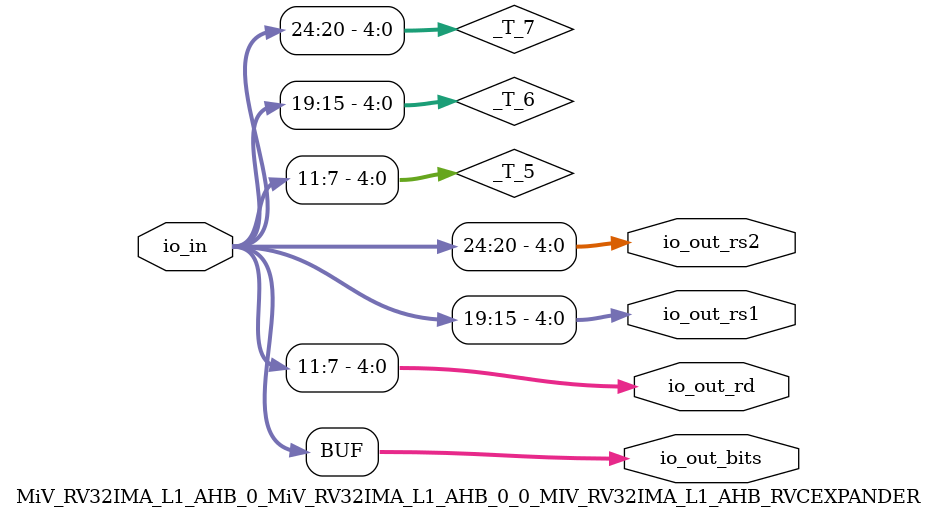
<source format=v>
`ifndef RANDOMIZE_REG_INIT 
	 `define RANDOMIZE_REG_INIT 
 `endif
`ifndef RANDOMIZE_MEM_INIT 
	 `define RANDOMIZE_MEM_INIT 
 `endif
`ifndef RANDOMIZE 
	 `define RANDOMIZE 
`endif

`timescale 1ns/10ps
module MiV_RV32IMA_L1_AHB_0_MiV_RV32IMA_L1_AHB_0_0_MIV_RV32IMA_L1_AHB_RVCEXPANDER( // @[:freechips.rocketchip.system.MivRV32ImaL1AhbConfig.fir@107209.2]
  input  [31:0] io_in, // @[:freechips.rocketchip.system.MivRV32ImaL1AhbConfig.fir@107212.4]
  output [31:0] io_out_bits, // @[:freechips.rocketchip.system.MivRV32ImaL1AhbConfig.fir@107212.4]
  output [4:0]  io_out_rd, // @[:freechips.rocketchip.system.MivRV32ImaL1AhbConfig.fir@107212.4]
  output [4:0]  io_out_rs1, // @[:freechips.rocketchip.system.MivRV32ImaL1AhbConfig.fir@107212.4]
  output [4:0]  io_out_rs2 // @[:freechips.rocketchip.system.MivRV32ImaL1AhbConfig.fir@107212.4]
);
  wire [4:0] _T_5; // @[RVC.scala 20:36:freechips.rocketchip.system.MivRV32ImaL1AhbConfig.fir@107218.4]
  wire [4:0] _T_6; // @[RVC.scala 20:57:freechips.rocketchip.system.MivRV32ImaL1AhbConfig.fir@107219.4]
  wire [4:0] _T_7; // @[RVC.scala 20:79:freechips.rocketchip.system.MivRV32ImaL1AhbConfig.fir@107220.4]
  assign _T_5 = io_in[11:7]; // @[RVC.scala 20:36:freechips.rocketchip.system.MivRV32ImaL1AhbConfig.fir@107218.4]
  assign _T_6 = io_in[19:15]; // @[RVC.scala 20:57:freechips.rocketchip.system.MivRV32ImaL1AhbConfig.fir@107219.4]
  assign _T_7 = io_in[24:20]; // @[RVC.scala 20:79:freechips.rocketchip.system.MivRV32ImaL1AhbConfig.fir@107220.4]
  assign io_out_bits = io_in;
  assign io_out_rd = _T_5;
  assign io_out_rs1 = _T_6;
  assign io_out_rs2 = _T_7;
endmodule

</source>
